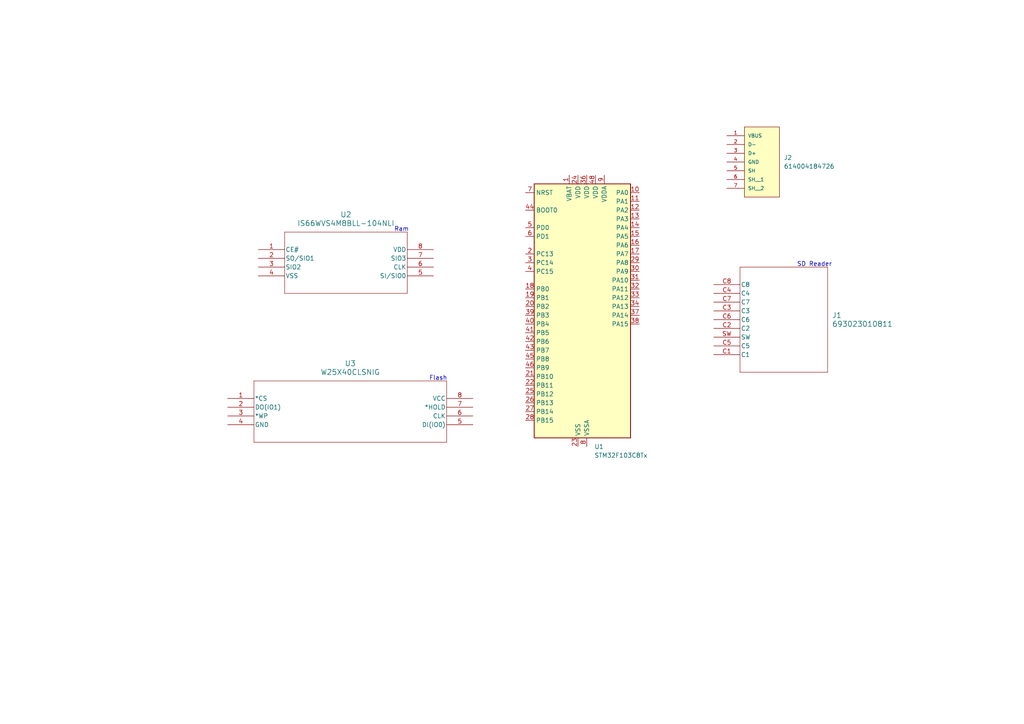
<source format=kicad_sch>
(kicad_sch (version 20230121) (generator eeschema)
  (paper "A4")
  (lib_symbols
    (symbol "2024-03-23_04-11-34:IS66WVS4M8BLL-104NLI" (pin_names (offset 0.254))
      (property "Reference" "U" (at 25.4 10.16 0))
      (property "Value" "IS66WVS4M8BLL-104NLI" (at 25.4 7.62 0))
      (symbol "IS66WVS4M8BLL-104NLI_0_1"
        (polyline (pts (xy 7.62 -12.7) (xy 43.18 -12.7)) (stroke (width 0.127)))
        (polyline (pts (xy 7.62 5.08) (xy 7.62 -12.7)) (stroke (width 0.127)))
        (polyline (pts (xy 43.18 -12.7) (xy 43.18 5.08)) (stroke (width 0.127)))
        (polyline (pts (xy 43.18 5.08) (xy 7.62 5.08)) (stroke (width 0.127)))
        (pin input line (at 0 0 0) (length 7.62) (name "CE#") (number "1"))
        (pin bidirectional line (at 0 -2.54 0) (length 7.62) (name "SO/SIO1") (number "2"))
        (pin bidirectional line (at 0 -5.08 0) (length 7.62) (name "SIO2") (number "3"))
        (pin power_out line (at 0 -7.62 0) (length 7.62) (name "VSS") (number "4"))
        (pin bidirectional line (at 50.8 -7.62 180) (length 7.62) (name "SI/SIO0") (number "5"))
        (pin input line (at 50.8 -5.08 180) (length 7.62) (name "CLK") (number "6"))
        (pin bidirectional line (at 50.8 -2.54 180) (length 7.62) (name "SIO3") (number "7"))
        (pin power_in line (at 50.8 0 180) (length 7.62) (name "VDD") (number "8"))
      )
    )
    (symbol "2024-03-23_05-00-05:W25X40CLSNIG" (pin_names (offset 0.254))
      (property "Reference" "U" (at 35.56 10.16 0))
      (property "Value" "W25X40CLSNIG" (at 35.56 7.62 0))
      (symbol "W25X40CLSNIG_0_1"
        (polyline (pts (xy 7.62 -12.7) (xy 63.5 -12.7)) (stroke (width 0.127)))
        (polyline (pts (xy 7.62 5.08) (xy 7.62 -12.7)) (stroke (width 0.127)))
        (polyline (pts (xy 63.5 -12.7) (xy 63.5 5.08)) (stroke (width 0.127)))
        (polyline (pts (xy 63.5 5.08) (xy 7.62 5.08)) (stroke (width 0.127)))
        (pin input line (at 0 0 0) (length 7.62) (name "*CS") (number "1"))
        (pin output line (at 0 -2.54 0) (length 7.62) (name "DO(IO1)") (number "2"))
        (pin input line (at 0 -5.08 0) (length 7.62) (name "*WP") (number "3"))
        (pin power_in line (at 0 -7.62 0) (length 7.62) (name "GND") (number "4"))
        (pin bidirectional line (at 71.12 -7.62 180) (length 7.62) (name "DI(IO0)") (number "5"))
        (pin input line (at 71.12 -5.08 180) (length 7.62) (name "CLK") (number "6"))
        (pin input line (at 71.12 -2.54 180) (length 7.62) (name "*HOLD") (number "7"))
        (pin power_in line (at 71.12 0 180) (length 7.62) (name "VCC") (number "8"))
      )
    )
    (symbol "2024-03-23_05-47-17:693023010811" (pin_names (offset 0.254))
      (property "Reference" "J" (at 20.32 10.16 0))
      (property "Value" "693023010811" (at 20.32 7.62 0))
      (symbol "693023010811_0_1"
        (polyline (pts (xy 7.62 -25.4) (xy 33.02 -25.4)) (stroke (width 0.127)))
        (polyline (pts (xy 7.62 5.08) (xy 7.62 -25.4)) (stroke (width 0.127)))
        (polyline (pts (xy 33.02 -25.4) (xy 33.02 5.08)) (stroke (width 0.127)))
        (polyline (pts (xy 33.02 5.08) (xy 7.62 5.08)) (stroke (width 0.127)))
        (pin unspecified line (at 0 -20.32 0) (length 7.62) (name "C1") (number "C1"))
        (pin unspecified line (at 0 -12.7 0) (length 7.62) (name "C2") (number "C2"))
        (pin unspecified line (at 0 -7.62 0) (length 7.62) (name "C3") (number "C3"))
        (pin unspecified line (at 0 -2.54 0) (length 7.62) (name "C4") (number "C4"))
        (pin unspecified line (at 0 -17.78 0) (length 7.62) (name "C5") (number "C5"))
        (pin unspecified line (at 0 -10.16 0) (length 7.62) (name "C6") (number "C6"))
        (pin unspecified line (at 0 -5.08 0) (length 7.62) (name "C7") (number "C7"))
        (pin unspecified line (at 0 0 0) (length 7.62) (name "C8") (number "C8"))
        (pin unspecified line (at 0 -15.24 0) (length 7.62) (name "SW") (number "SW"))
      )
    )
    (symbol "614004184726:614004184726" (pin_names (offset 1.016))
      (property "Reference" "J" (at -5.0845 8.2624 0))
      (property "Value" "614004184726" (at -5.082 -15.2441 0))
      (symbol "614004184726_0_0"
        (rectangle (start -5.08 -12.7) (end 5.08 7.62) (stroke (width 0.1524)) (fill (type background)))
        (pin passive line (at -10.16 5.08 0) (length 5.08) (name "VBUS") (number "1"))
        (pin passive line (at -10.16 2.54 0) (length 5.08) (name "D-") (number "2"))
        (pin passive line (at -10.16 0 0) (length 5.08) (name "D+") (number "3"))
        (pin passive line (at -10.16 -2.54 0) (length 5.08) (name "GND") (number "4"))
        (pin passive line (at -10.16 -5.08 0) (length 5.08) (name "SH") (number "5"))
        (pin passive line (at -10.16 -7.62 0) (length 5.08) (name "SH__1") (number "6"))
        (pin passive line (at -10.16 -10.16 0) (length 5.08) (name "SH__2") (number "7"))
      )
    )
    (symbol "MCU_ST_STM32F1:STM32F103C8Tx"
      (property "Reference" "U" (at -12.7 39.37 0))
      (property "Value" "STM32F103C8Tx" (at 10.16 39.37 0))
      (symbol "STM32F103C8Tx_0_1"
        (rectangle (start -12.7 -35.56) (end 15.24 38.1) (stroke (width 0.254)) (fill (type background)))
      )
      (symbol "STM32F103C8Tx_1_1"
        (pin power_in line (at -2.54 40.64 270) (length 2.54) (name "VBAT") (number "1"))
        (pin bidirectional line (at 17.78 35.56 180) (length 2.54) (name "PA0") (number "10"))
        (pin bidirectional line (at 17.78 33.02 180) (length 2.54) (name "PA1") (number "11"))
        (pin bidirectional line (at 17.78 30.48 180) (length 2.54) (name "PA2") (number "12"))
        (pin bidirectional line (at 17.78 27.94 180) (length 2.54) (name "PA3") (number "13"))
        (pin bidirectional line (at 17.78 25.4 180) (length 2.54) (name "PA4") (number "14"))
        (pin bidirectional line (at 17.78 22.86 180) (length 2.54) (name "PA5") (number "15"))
        (pin bidirectional line (at 17.78 20.32 180) (length 2.54) (name "PA6") (number "16"))
        (pin bidirectional line (at 17.78 17.78 180) (length 2.54) (name "PA7") (number "17"))
        (pin bidirectional line (at -15.24 7.62 0) (length 2.54) (name "PB0") (number "18"))
        (pin bidirectional line (at -15.24 5.08 0) (length 2.54) (name "PB1") (number "19"))
        (pin bidirectional line (at -15.24 17.78 0) (length 2.54) (name "PC13") (number "2"))
        (pin bidirectional line (at -15.24 2.54 0) (length 2.54) (name "PB2") (number "20"))
        (pin bidirectional line (at -15.24 -17.78 0) (length 2.54) (name "PB10") (number "21"))
        (pin bidirectional line (at -15.24 -20.32 0) (length 2.54) (name "PB11") (number "22"))
        (pin power_in line (at 0 -38.1 90) (length 2.54) (name "VSS") (number "23"))
        (pin power_in line (at 0 40.64 270) (length 2.54) (name "VDD") (number "24"))
        (pin bidirectional line (at -15.24 -22.86 0) (length 2.54) (name "PB12") (number "25"))
        (pin bidirectional line (at -15.24 -25.4 0) (length 2.54) (name "PB13") (number "26"))
        (pin bidirectional line (at -15.24 -27.94 0) (length 2.54) (name "PB14") (number "27"))
        (pin bidirectional line (at -15.24 -30.48 0) (length 2.54) (name "PB15") (number "28"))
        (pin bidirectional line (at 17.78 15.24 180) (length 2.54) (name "PA8") (number "29"))
        (pin bidirectional line (at -15.24 15.24 0) (length 2.54) (name "PC14") (number "3"))
        (pin bidirectional line (at 17.78 12.7 180) (length 2.54) (name "PA9") (number "30"))
        (pin bidirectional line (at 17.78 10.16 180) (length 2.54) (name "PA10") (number "31"))
        (pin bidirectional line (at 17.78 7.62 180) (length 2.54) (name "PA11") (number "32"))
        (pin bidirectional line (at 17.78 5.08 180) (length 2.54) (name "PA12") (number "33"))
        (pin bidirectional line (at 17.78 2.54 180) (length 2.54) (name "PA13") (number "34"))
        (pin passive line (at 0 -38.1 90) (length 2.54) hide (name "VSS") (number "35"))
        (pin power_in line (at 2.54 40.64 270) (length 2.54) (name "VDD") (number "36"))
        (pin bidirectional line (at 17.78 0 180) (length 2.54) (name "PA14") (number "37"))
        (pin bidirectional line (at 17.78 -2.54 180) (length 2.54) (name "PA15") (number "38"))
        (pin bidirectional line (at -15.24 0 0) (length 2.54) (name "PB3") (number "39"))
        (pin bidirectional line (at -15.24 12.7 0) (length 2.54) (name "PC15") (number "4"))
        (pin bidirectional line (at -15.24 -2.54 0) (length 2.54) (name "PB4") (number "40"))
        (pin bidirectional line (at -15.24 -5.08 0) (length 2.54) (name "PB5") (number "41"))
        (pin bidirectional line (at -15.24 -7.62 0) (length 2.54) (name "PB6") (number "42"))
        (pin bidirectional line (at -15.24 -10.16 0) (length 2.54) (name "PB7") (number "43"))
        (pin input line (at -15.24 30.48 0) (length 2.54) (name "BOOT0") (number "44"))
        (pin bidirectional line (at -15.24 -12.7 0) (length 2.54) (name "PB8") (number "45"))
        (pin bidirectional line (at -15.24 -15.24 0) (length 2.54) (name "PB9") (number "46"))
        (pin passive line (at 0 -38.1 90) (length 2.54) hide (name "VSS") (number "47"))
        (pin power_in line (at 5.08 40.64 270) (length 2.54) (name "VDD") (number "48"))
        (pin bidirectional line (at -15.24 25.4 0) (length 2.54) (name "PD0") (number "5"))
        (pin bidirectional line (at -15.24 22.86 0) (length 2.54) (name "PD1") (number "6"))
        (pin input line (at -15.24 35.56 0) (length 2.54) (name "NRST") (number "7"))
        (pin power_in line (at 2.54 -38.1 90) (length 2.54) (name "VSSA") (number "8"))
        (pin power_in line (at 7.62 40.64 270) (length 2.54) (name "VDDA") (number "9"))
      )
    )
  )
  (text "SD Reader" (at 231.14 77.47 0) (effects (font (size 1.27 1.27)) (justify left bottom)))
  (text "Flash" (at 124.46 110.49 0) (effects (font (size 1.27 1.27)) (justify left bottom)))
  (text "Ram" (at 114.3 67.31 0) (effects (font (size 1.27 1.27)) (justify left bottom)))
  (symbol (lib_id "MCU_ST_STM32F1:STM32F103C8Tx") (at 167.64 91.44 0) (unit 1)
    (property "Reference" "U1" (at 172.3741 129.54 0) (effects (justify left)))
    (property "Value" "STM32F103C8Tx" (at 172.3741 132.08 0) (effects (justify left)))
    (property "Footprint" "Package_QFP:LQFP-48_7x7mm_P0.5mm" (effects hide))
    (property "Datasheet" "https://www.st.com/resource/en/datasheet/stm32f103c8.pdf" (effects hide))
  )
  (symbol (lib_id "614004184726:614004184726") (at 220.98 44.45 0) (unit 1)
    (property "Reference" "J2" (at 227.33 45.72 0) (effects (justify left)))
    (property "Value" "614004184726" (at 227.33 48.26 0) (effects (justify left)))
    (property "Footprint" "USB:CONN_614004184726" (effects hide))
    (property "MANUFACTURER" "Wurth Electronics Inc." (effects hide))
  )
  (symbol (lib_id "2024-03-23_05-00-05:W25X40CLSNIG") (at 66.04 115.57 0) (unit 1)
    (property "Reference" "U3" (at 101.6 105.41 0) (effects (font (size 1.524 1.524))))
    (property "Value" "W25X40CLSNIG" (at 101.6 107.95 0) (effects (font (size 1.524 1.524))))
    (property "Footprint" "W25X40CLSNIG:WIN_SN-8_WIN" (effects hide))
    (property "Datasheet" "W25X40CLSNIG" (effects hide))
  )
  (symbol (lib_id "2024-03-23_05-47-17:693023010811") (at 207.01 82.55 0) (unit 1)
    (property "Reference" "J1" (at 241.3 91.44 0) (effects (font (size 1.524 1.524)) (justify left)))
    (property "Value" "693023010811" (at 241.3 93.98 0) (effects (font (size 1.524 1.524)) (justify left)))
    (property "Footprint" "693023010811:CONN9_3010811_WRE" (effects hide))
    (property "Datasheet" "693023010811" (effects hide))
  )
  (symbol (lib_id "2024-03-23_04-11-34:IS66WVS4M8BLL-104NLI") (at 74.93 72.39 0) (unit 1)
    (property "Reference" "U2" (at 100.33 62.23 0) (effects (font (size 1.524 1.524))))
    (property "Value" "IS66WVS4M8BLL-104NLI" (at 100.33 64.77 0) (effects (font (size 1.524 1.524))))
    (property "Footprint" "IS66WVS4M8BLL_104NLI:SOIC8_150MIL_N_ISI" (effects hide))
    (property "Datasheet" "IS66WVS4M8BLL-104NLI" (effects hide))
  )
)
</source>
